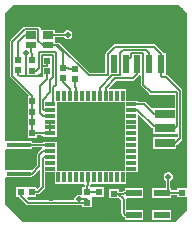
<source format=gtl>
G04*
G04 #@! TF.GenerationSoftware,Altium Limited,Altium Designer,21.6.1 (37)*
G04*
G04 Layer_Physical_Order=1*
G04 Layer_Color=255*
%FSLAX44Y44*%
%MOMM*%
G71*
G04*
G04 #@! TF.SameCoordinates,F4782AAD-9866-4A79-8099-FE8F1ED221DB*
G04*
G04*
G04 #@! TF.FilePolarity,Positive*
G04*
G01*
G75*
%ADD15C,0.1270*%
%ADD18R,0.5400X0.6000*%
%ADD19R,0.5600X0.6000*%
%ADD20R,2.0000X0.4000*%
%ADD21R,0.8500X0.3000*%
%ADD22R,0.3000X0.8500*%
%ADD23R,5.0000X5.0000*%
%ADD24R,0.6000X0.5600*%
%ADD25R,0.8500X0.6500*%
%ADD26R,0.8500X0.5500*%
%ADD27R,0.6000X1.5500*%
%ADD28R,1.2000X1.8000*%
%ADD29R,0.6000X0.5400*%
%ADD30R,1.3208X0.5588*%
%ADD46R,1.7000X0.7000*%
%ADD47C,0.7000*%
%ADD48C,0.5040*%
G36*
X411701Y261194D02*
Y114631D01*
X411270Y113540D01*
X410431Y113540D01*
X402730D01*
Y111512D01*
X398444D01*
X397808Y112034D01*
Y113462D01*
X397420D01*
Y119638D01*
X397625Y119723D01*
X398691Y120789D01*
X399268Y122182D01*
Y123690D01*
X398691Y125083D01*
X397625Y126149D01*
X396232Y126726D01*
X394724D01*
X393331Y126149D01*
X392265Y125083D01*
X391688Y123690D01*
Y122182D01*
X392265Y120789D01*
X393331Y119723D01*
X393536Y119638D01*
Y113462D01*
X382060D01*
Y105334D01*
X397808D01*
Y107456D01*
X398272D01*
X399015Y107603D01*
X399052Y107628D01*
X402730D01*
Y105600D01*
X411270Y105600D01*
X411701Y104509D01*
Y95056D01*
X401694Y85049D01*
X271556D01*
X257049Y99556D01*
Y121662D01*
X257980Y122480D01*
X258319Y122480D01*
X280520D01*
Y123875D01*
X280925Y123955D01*
X281555Y124376D01*
X286190Y129011D01*
X287364Y128525D01*
Y115105D01*
X285190Y112931D01*
X283920Y113457D01*
Y114270D01*
X275780D01*
Y114270D01*
X275220D01*
Y114270D01*
X267080D01*
Y105730D01*
X269494D01*
X269777Y105307D01*
X275307Y99777D01*
X275307Y99776D01*
X275937Y99355D01*
X276680Y99208D01*
X276680Y99208D01*
X322730D01*
Y97080D01*
X331270D01*
Y104510D01*
X331270Y105220D01*
X331270D01*
Y105780D01*
X332439Y106025D01*
X332480Y106030D01*
Y106030D01*
X341020D01*
Y114170D01*
X332480D01*
Y114065D01*
X331270Y113920D01*
Y113920D01*
X329357D01*
X329033Y115190D01*
X329294Y115581D01*
X329442Y116324D01*
X330248Y117230D01*
X360270D01*
Y126980D01*
X370020D01*
Y131980D01*
Y141980D01*
Y151980D01*
Y161980D01*
Y174894D01*
X371194Y175380D01*
X382167Y164407D01*
X382330Y164298D01*
X382470Y164159D01*
X382642Y164089D01*
X382797Y163986D01*
X382980Y163949D01*
Y159230D01*
X402520D01*
Y159230D01*
X403754Y159142D01*
Y157037D01*
X403534Y156866D01*
X402520Y156270D01*
Y156270D01*
X402520Y156270D01*
X382980D01*
Y146730D01*
X402520D01*
Y150010D01*
X402693Y150126D01*
X407069Y154502D01*
X407490Y155133D01*
X407638Y155876D01*
X407638Y155876D01*
Y195580D01*
X407490Y196323D01*
X407069Y196953D01*
X407069Y196954D01*
X395112Y208911D01*
X394481Y209332D01*
X393806Y209467D01*
X393770Y209480D01*
X393770Y210670D01*
Y227520D01*
X391381D01*
X391294Y227955D01*
X390873Y228586D01*
X384850Y234608D01*
X384220Y235030D01*
X383477Y235177D01*
X350583D01*
X350583Y235177D01*
X349840Y235030D01*
X349210Y234608D01*
X349210Y234608D01*
X343051Y228449D01*
X342630Y227819D01*
X342482Y227076D01*
Y210730D01*
X328973D01*
X303829Y235873D01*
X303199Y236294D01*
X302456Y236442D01*
X299520D01*
Y241058D01*
X307376D01*
X307429Y240931D01*
X308495Y239865D01*
X309888Y239288D01*
X311396D01*
X312789Y239865D01*
X313855Y240931D01*
X314432Y242324D01*
Y243832D01*
X313855Y245225D01*
X312789Y246291D01*
X311396Y246868D01*
X309888D01*
X308495Y246291D01*
X307429Y245225D01*
X307312Y244943D01*
X299520D01*
Y247520D01*
X288480D01*
X287636Y248441D01*
X287544Y248901D01*
X287123Y249531D01*
X286493Y249953D01*
X285750Y250100D01*
X274320D01*
X274320Y250100D01*
X273577Y249953D01*
X272947Y249531D01*
X262279Y238863D01*
X261857Y238233D01*
X261710Y237490D01*
Y208688D01*
X261857Y207945D01*
X262279Y207314D01*
X277400Y192193D01*
X276914Y191020D01*
X276600D01*
Y182480D01*
X276600D01*
Y182020D01*
X276600D01*
Y173480D01*
X276600D01*
Y173270D01*
X276600D01*
Y164730D01*
X276600D01*
Y164520D01*
X276600D01*
Y155980D01*
X284540D01*
Y158308D01*
X287012D01*
X287539Y157956D01*
X288282Y157808D01*
X288282Y157808D01*
X289980D01*
Y156980D01*
X301020D01*
Y166980D01*
Y176980D01*
Y186230D01*
X358980D01*
Y176980D01*
Y166980D01*
Y156980D01*
Y146980D01*
Y136980D01*
Y128270D01*
X301020D01*
Y141980D01*
Y152520D01*
X289980D01*
Y151692D01*
X280520D01*
Y153020D01*
X258319D01*
X257980Y153020D01*
X257049Y153838D01*
Y261694D01*
X263806Y268451D01*
X404444D01*
X411701Y261194D01*
D02*
G37*
G36*
X372257Y208681D02*
X372463Y208484D01*
Y201000D01*
X372611Y200257D01*
X373032Y199627D01*
X379627Y193032D01*
X379627Y193032D01*
X380257Y192611D01*
X381000Y192463D01*
X401214D01*
Y181270D01*
X382980D01*
Y181270D01*
X382032Y180877D01*
X376785Y186123D01*
X376155Y186544D01*
X375412Y186692D01*
X370020D01*
Y187520D01*
X360270D01*
Y197270D01*
X346311D01*
X345825Y198444D01*
X351744Y204363D01*
X365563D01*
X366306Y204510D01*
X366936Y204932D01*
X370873Y208869D01*
X372257Y208681D01*
D02*
G37*
G36*
X288817Y146545D02*
X288187Y146124D01*
X288186Y146123D01*
X285139Y143076D01*
X284718Y142445D01*
X284570Y141702D01*
Y132885D01*
X281439Y129754D01*
X280520Y129020D01*
Y129020D01*
X280520Y129020D01*
X258319D01*
X257980Y129020D01*
X257049Y129838D01*
Y145662D01*
X257980Y146480D01*
X258319Y146480D01*
X280520D01*
Y147808D01*
X288656D01*
X288817Y146545D01*
D02*
G37*
G36*
X299730Y117230D02*
X324141D01*
X324306Y117128D01*
X325085Y115960D01*
X325058Y115824D01*
Y113920D01*
X322730D01*
Y108215D01*
X321460Y107400D01*
X320794Y107676D01*
X319286D01*
X317893Y107099D01*
X316827Y106033D01*
X316250Y104640D01*
Y103132D01*
X316223Y103092D01*
X277485D01*
X276117Y104460D01*
X276643Y105730D01*
X283920D01*
Y108057D01*
X285006D01*
X285749Y108205D01*
X286379Y108626D01*
X290679Y112927D01*
X290679Y112927D01*
X291101Y113557D01*
X291248Y114300D01*
Y126980D01*
X299730D01*
Y117230D01*
D02*
G37*
%LPC*%
G36*
X374440Y113462D02*
X358692D01*
Y111340D01*
X358460D01*
X357716Y111192D01*
X357086Y110771D01*
X356828Y110513D01*
X354020D01*
Y112540D01*
X345480D01*
Y104600D01*
X354020D01*
X354020Y104600D01*
Y104600D01*
X355124Y104156D01*
X355944Y103336D01*
Y92126D01*
X356091Y91383D01*
X356513Y90752D01*
X358037Y89228D01*
X358667Y88807D01*
X358692Y88802D01*
Y86538D01*
X374440D01*
Y94666D01*
X359828D01*
Y104140D01*
X360791Y105334D01*
X374440D01*
Y113462D01*
D02*
G37*
G36*
X397808Y94666D02*
X382060D01*
Y86538D01*
X397808D01*
Y94666D01*
D02*
G37*
%LPD*%
D15*
X359500Y223266D02*
X363220D01*
X384464Y100930D02*
X387010D01*
X373558Y100000D02*
X386080D01*
X326500Y254254D02*
X334166D01*
X261112Y192682D02*
X271930Y181864D01*
Y177750D02*
Y181864D01*
Y169000D02*
Y177750D01*
Y160250D02*
Y169000D01*
X340414Y101400D02*
X342392D01*
X353456Y108570D02*
X357632D01*
X349750D02*
X353456D01*
X395478Y109398D02*
X398272D01*
X389934D02*
X395478D01*
Y122936D01*
X320040Y103886D02*
X327000D01*
X302456Y234500D02*
X328168Y208788D01*
X300600Y234500D02*
X302456D01*
X276680Y101150D02*
X327000D01*
X298263Y184750D02*
Y198608D01*
X364500Y179750D02*
X369570D01*
X383540Y165780D01*
X392750Y164000D01*
X272436Y257250D02*
X326500D01*
X261112Y245926D02*
X272436Y257250D01*
X261112Y192682D02*
Y245926D01*
X328168Y208788D02*
X344424D01*
Y227076D01*
X350583Y233235D01*
X383477D01*
X389500Y227212D01*
Y218500D02*
Y227212D01*
X293250Y217170D02*
Y221100D01*
X288344Y217170D02*
X293250D01*
X288344Y208026D02*
Y217170D01*
X276606Y208026D02*
X288344D01*
X275082Y209550D02*
X276606Y208026D01*
X275082Y209550D02*
Y227838D01*
X310564Y243000D02*
X310642Y243078D01*
X294000Y243000D02*
X310564D01*
X290068Y179750D02*
X295500D01*
X289345Y180474D02*
X290068Y179750D01*
X289345Y180474D02*
Y188214D01*
X295723Y194592D01*
Y205339D01*
X298156Y207772D01*
Y225805D01*
X288344D02*
X298156D01*
X288344Y210874D02*
Y225805D01*
X285496Y208026D02*
X288344Y210874D01*
X270274Y208026D02*
X285496D01*
X268750Y209550D02*
X270274Y208026D01*
X268750Y209550D02*
Y213150D01*
X294000Y234500D02*
X300600D01*
X306500Y228600D01*
Y215100D02*
Y228600D01*
X387010Y100930D02*
X407000D01*
X386080Y100000D02*
X387010Y100930D01*
X279500Y228304D02*
Y234500D01*
Y228304D02*
X280500Y227305D01*
Y221600D02*
Y227305D01*
X289308Y174750D02*
X295500D01*
X286805Y177253D02*
X289308Y174750D01*
X286805Y177253D02*
Y199676D01*
X293250Y206121D01*
Y212400D01*
X295500Y184750D02*
X298263D01*
Y198608D02*
X300696Y201041D01*
Y228346D01*
X285804D02*
X300696D01*
X285804Y214938D02*
Y228346D01*
X283766Y212900D02*
X285804Y214938D01*
X280500Y212900D02*
X283766D01*
X280570Y186750D02*
Y191770D01*
X263652Y208688D02*
X280570Y191770D01*
X263652Y208688D02*
Y237490D01*
X274320Y248158D01*
X285750D01*
Y238310D02*
Y248158D01*
Y238310D02*
X289560Y234500D01*
X294000D01*
X327000Y101150D02*
Y103886D01*
X402500Y244856D02*
Y257250D01*
Y244856D02*
X408432Y238924D01*
Y149098D02*
Y238924D01*
X381254Y121920D02*
X408432Y149098D01*
X381254Y104140D02*
Y121920D01*
Y104140D02*
X384464Y100930D01*
X312500Y191750D02*
Y197199D01*
X306500Y203200D02*
X312500Y197199D01*
X306500Y203200D02*
Y206400D01*
X359500Y218500D02*
Y223266D01*
X363220D02*
X364490Y224536D01*
Y228155D01*
X374405D01*
Y201000D02*
Y228155D01*
Y201000D02*
X381000Y194405D01*
X403156D01*
Y165836D02*
Y194405D01*
X401320Y164000D02*
X403156Y165836D01*
X392750Y164000D02*
X401320D01*
X369500Y210242D02*
Y218500D01*
X365563Y206305D02*
X369500Y210242D01*
X350939Y206305D02*
X365563D01*
X342500Y197866D02*
X350939Y206305D01*
X342500Y191750D02*
Y197866D01*
X379500Y218500D02*
Y228131D01*
X376936Y230695D02*
X379500Y228131D01*
X357124Y230695D02*
X376936D01*
X354584Y228155D02*
X357124Y230695D01*
X354584Y208845D02*
Y228155D01*
X348225Y208845D02*
X354584D01*
X337500Y198120D02*
X348225Y208845D01*
X337500Y191750D02*
Y198120D01*
X389500Y208670D02*
Y218500D01*
Y208670D02*
X390632Y207538D01*
X393738D01*
X405696Y195580D01*
Y155876D02*
Y195580D01*
X401320Y151500D02*
X405696Y155876D01*
X392750Y151500D02*
X401320D01*
X336750Y101400D02*
X340414D01*
X341884Y102870D01*
Y111760D01*
X344424Y114300D01*
X373888D01*
X375158Y113030D01*
Y101600D02*
Y113030D01*
X373558Y100000D02*
X375158Y101600D01*
X366566Y100000D02*
X373558D01*
X359410Y90602D02*
X366566D01*
X357886Y92126D02*
X359410Y90602D01*
X357886Y92126D02*
Y104140D01*
X353456Y108570D02*
X357886Y104140D01*
X289560Y144750D02*
X295500D01*
X286512Y141702D02*
X289560Y144750D01*
X286512Y132080D02*
Y141702D01*
X280182Y125750D02*
X286512Y132080D01*
X269250Y125750D02*
X280182D01*
X290626Y139750D02*
X295500D01*
X289306Y138430D02*
X290626Y139750D01*
X289306Y114300D02*
Y138430D01*
X285006Y110000D02*
X289306Y114300D01*
X279850Y110000D02*
X285006D01*
X274320Y243000D02*
X279500D01*
X268750Y237430D02*
X274320Y243000D01*
X268750Y221850D02*
Y237430D01*
X326500Y254254D02*
Y257250D01*
X334166Y254254D02*
X339500Y248920D01*
Y218500D02*
Y248920D01*
X383662Y176500D02*
X392750D01*
X375412Y184750D02*
X383662Y176500D01*
X364500Y184750D02*
X375412D01*
X271930Y156210D02*
Y160250D01*
Y156210D02*
X273390Y154750D01*
X295500D01*
X271150Y106680D02*
X276680Y101150D01*
X271150Y106680D02*
Y110000D01*
X326500Y257250D02*
X402500D01*
X343862Y99930D02*
X349750D01*
X342392Y101400D02*
X343862Y99930D01*
X313904Y157250D02*
X330000D01*
X311404Y154750D02*
X313904Y157250D01*
X295500Y154750D02*
X311404D01*
X358460Y109398D02*
X366566D01*
X357632Y108570D02*
X358460Y109398D01*
X398444Y109570D02*
X407000D01*
X398272Y109398D02*
X398444Y109570D01*
X311900Y214350D02*
X316750D01*
X311150Y215100D02*
X311900Y214350D01*
X306500Y215100D02*
X311150D01*
X280570Y177750D02*
Y186750D01*
Y169000D02*
Y177750D01*
Y160250D02*
Y169000D01*
X295500Y164750D02*
Y169750D01*
X288282Y159750D02*
X295500D01*
X287782Y160250D02*
X288282Y159750D01*
X280570Y160250D02*
X287782D01*
X295500Y159750D02*
Y164750D01*
X269250Y149750D02*
X295500D01*
X327500Y116324D02*
Y122750D01*
X327000Y115824D02*
X327500Y116324D01*
X327000Y109850D02*
Y115824D01*
X331974Y110100D02*
X336750D01*
X331724Y109850D02*
X331974Y110100D01*
X327000Y109850D02*
X331724D01*
X316750Y198870D02*
Y205650D01*
Y198870D02*
X317500Y198120D01*
Y191750D02*
Y198120D01*
D18*
X280570Y186750D02*
D03*
X271930D02*
D03*
X280570Y177750D02*
D03*
X271930D02*
D03*
X280570Y169000D02*
D03*
X271930D02*
D03*
X280570Y160250D02*
D03*
X271930D02*
D03*
D19*
X279850Y110000D02*
D03*
X271150D02*
D03*
D20*
X269250Y149750D02*
D03*
Y137750D02*
D03*
Y125750D02*
D03*
D21*
X295500Y184750D02*
D03*
Y179750D02*
D03*
Y174750D02*
D03*
Y169750D02*
D03*
Y164750D02*
D03*
Y159750D02*
D03*
Y154750D02*
D03*
Y149750D02*
D03*
Y144750D02*
D03*
Y139750D02*
D03*
Y134750D02*
D03*
Y129750D02*
D03*
X364500D02*
D03*
Y134750D02*
D03*
Y139750D02*
D03*
Y144750D02*
D03*
Y149750D02*
D03*
Y154750D02*
D03*
Y159750D02*
D03*
Y164750D02*
D03*
Y169750D02*
D03*
Y174750D02*
D03*
Y179750D02*
D03*
Y184750D02*
D03*
D22*
X302500Y122750D02*
D03*
X307500D02*
D03*
X312500D02*
D03*
X317500D02*
D03*
X322500D02*
D03*
X327500D02*
D03*
X332500D02*
D03*
X337500D02*
D03*
X342500D02*
D03*
X347500D02*
D03*
X352500D02*
D03*
X357500D02*
D03*
Y191750D02*
D03*
X352500D02*
D03*
X347500D02*
D03*
X342500D02*
D03*
X337500D02*
D03*
X332500D02*
D03*
X327500D02*
D03*
X322500D02*
D03*
X317500D02*
D03*
X312500D02*
D03*
X307500D02*
D03*
X302500D02*
D03*
D23*
X330000Y157250D02*
D03*
D24*
X316750Y205650D02*
D03*
Y214350D02*
D03*
X306500Y206400D02*
D03*
Y215100D02*
D03*
X293250Y212400D02*
D03*
Y221100D02*
D03*
X280500Y212900D02*
D03*
Y221600D02*
D03*
X268750Y213150D02*
D03*
Y221850D02*
D03*
X336750Y101400D02*
D03*
Y110100D02*
D03*
X327000Y109850D02*
D03*
Y101150D02*
D03*
D25*
X294000Y243000D02*
D03*
X279500D02*
D03*
D26*
X294000Y234500D02*
D03*
X279500D02*
D03*
D27*
X339500Y218500D02*
D03*
X389500D02*
D03*
X379500D02*
D03*
X369500D02*
D03*
X359500D02*
D03*
X349500D02*
D03*
D28*
X402500Y257250D02*
D03*
X326500D02*
D03*
D29*
X407000Y109570D02*
D03*
Y100930D02*
D03*
X349750Y108570D02*
D03*
Y99930D02*
D03*
D30*
X366566Y109398D02*
D03*
Y100000D02*
D03*
Y90602D02*
D03*
X389934D02*
D03*
Y109398D02*
D03*
D46*
X392750Y189000D02*
D03*
Y176500D02*
D03*
Y164000D02*
D03*
Y151500D02*
D03*
D47*
X406000Y206000D02*
D03*
Y126000D02*
D03*
X386000Y246000D02*
D03*
X376000Y146000D02*
D03*
X366000Y246000D02*
D03*
X346000D02*
D03*
X296000Y106000D02*
D03*
D48*
X275082Y227838D02*
D03*
X310642Y243078D02*
D03*
X395478Y122936D02*
D03*
X320040Y103886D02*
D03*
M02*

</source>
